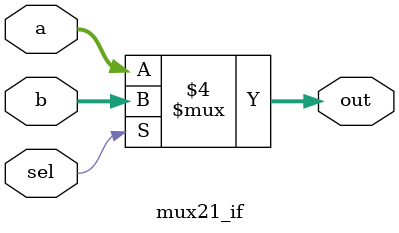
<source format=v>
module mux21_if(a, b, sel, out);
input [1:0] a, b;
input sel;
output [1:0] out;
reg [1:0] out;

always @(a or b or sel)begin
	if(!sel)
		out <= a;
	else
		out <= b;
end
endmodule

</source>
